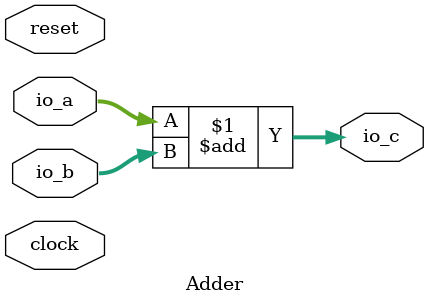
<source format=sv>
module Adder(
  input        clock,
               reset,
  input  [7:0] io_a,
               io_b,
  output [7:0] io_c
);

  assign io_c = io_a + io_b;
endmodule


</source>
